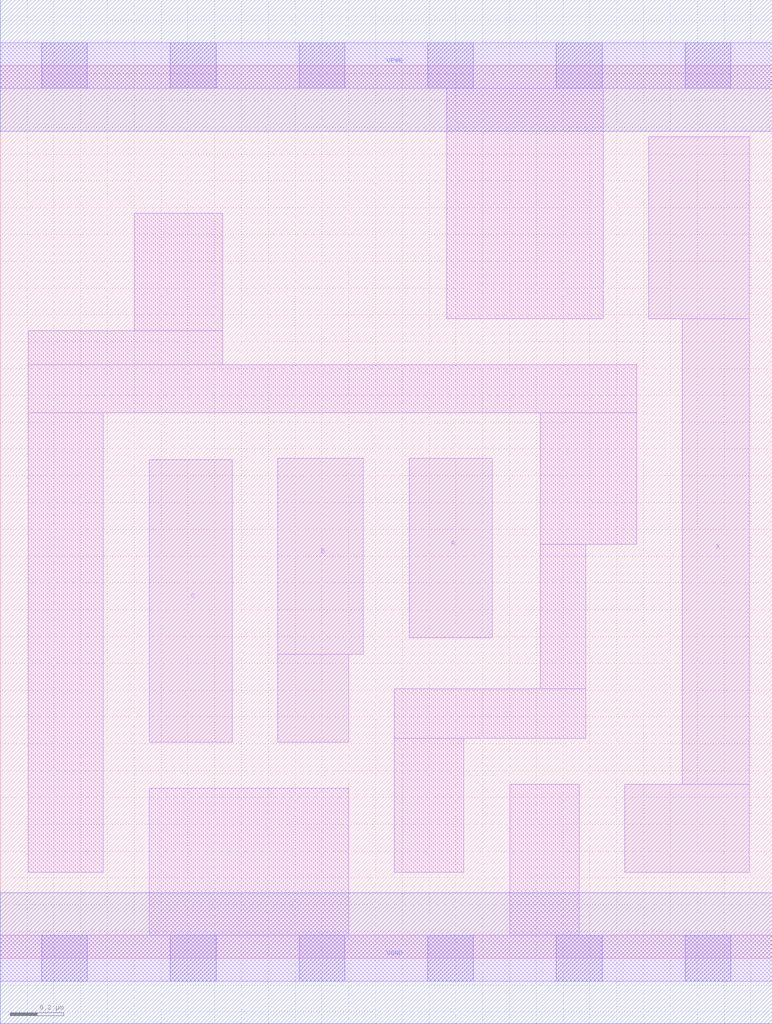
<source format=lef>
# Copyright 2020 The SkyWater PDK Authors
#
# Licensed under the Apache License, Version 2.0 (the "License");
# you may not use this file except in compliance with the License.
# You may obtain a copy of the License at
#
#     https://www.apache.org/licenses/LICENSE-2.0
#
# Unless required by applicable law or agreed to in writing, software
# distributed under the License is distributed on an "AS IS" BASIS,
# WITHOUT WARRANTIES OR CONDITIONS OF ANY KIND, either express or implied.
# See the License for the specific language governing permissions and
# limitations under the License.
#
# SPDX-License-Identifier: Apache-2.0

VERSION 5.7 ;
  NAMESCASESENSITIVE ON ;
  NOWIREEXTENSIONATPIN ON ;
  DIVIDERCHAR "/" ;
  BUSBITCHARS "[]" ;
UNITS
  DATABASE MICRONS 200 ;
END UNITS
MACRO sky130_fd_sc_lp__or3_0
  CLASS CORE ;
  FOREIGN sky130_fd_sc_lp__or3_0 ;
  ORIGIN  0.000000  0.000000 ;
  SIZE  2.880000 BY  3.330000 ;
  SYMMETRY X Y R90 ;
  SITE unit ;
  PIN A
    ANTENNAGATEAREA  0.126000 ;
    DIRECTION INPUT ;
    USE SIGNAL ;
    PORT
      LAYER li1 ;
        RECT 1.525000 1.195000 1.835000 1.865000 ;
    END
  END A
  PIN B
    ANTENNAGATEAREA  0.126000 ;
    DIRECTION INPUT ;
    USE SIGNAL ;
    PORT
      LAYER li1 ;
        RECT 1.035000 0.805000 1.300000 1.135000 ;
        RECT 1.035000 1.135000 1.355000 1.865000 ;
    END
  END B
  PIN C
    ANTENNAGATEAREA  0.126000 ;
    DIRECTION INPUT ;
    USE SIGNAL ;
    PORT
      LAYER li1 ;
        RECT 0.555000 0.805000 0.865000 1.860000 ;
    END
  END C
  PIN X
    ANTENNADIFFAREA  0.297700 ;
    DIRECTION OUTPUT ;
    USE SIGNAL ;
    PORT
      LAYER li1 ;
        RECT 2.330000 0.320000 2.795000 0.650000 ;
        RECT 2.420000 2.385000 2.795000 3.065000 ;
        RECT 2.545000 0.650000 2.795000 2.385000 ;
    END
  END X
  PIN VGND
    DIRECTION INOUT ;
    USE GROUND ;
    PORT
      LAYER met1 ;
        RECT 0.000000 -0.245000 2.880000 0.245000 ;
    END
  END VGND
  PIN VPWR
    DIRECTION INOUT ;
    USE POWER ;
    PORT
      LAYER met1 ;
        RECT 0.000000 3.085000 2.880000 3.575000 ;
    END
  END VPWR
  OBS
    LAYER li1 ;
      RECT 0.000000 -0.085000 2.880000 0.085000 ;
      RECT 0.000000  3.245000 2.880000 3.415000 ;
      RECT 0.105000  0.320000 0.385000 2.035000 ;
      RECT 0.105000  2.035000 2.375000 2.215000 ;
      RECT 0.105000  2.215000 0.830000 2.340000 ;
      RECT 0.500000  2.340000 0.830000 2.780000 ;
      RECT 0.555000  0.085000 1.300000 0.635000 ;
      RECT 1.470000  0.320000 1.730000 0.820000 ;
      RECT 1.470000  0.820000 2.185000 1.005000 ;
      RECT 1.665000  2.385000 2.250000 3.245000 ;
      RECT 1.900000  0.085000 2.160000 0.650000 ;
      RECT 2.015000  1.005000 2.185000 1.545000 ;
      RECT 2.015000  1.545000 2.375000 2.035000 ;
    LAYER mcon ;
      RECT 0.155000 -0.085000 0.325000 0.085000 ;
      RECT 0.155000  3.245000 0.325000 3.415000 ;
      RECT 0.635000 -0.085000 0.805000 0.085000 ;
      RECT 0.635000  3.245000 0.805000 3.415000 ;
      RECT 1.115000 -0.085000 1.285000 0.085000 ;
      RECT 1.115000  3.245000 1.285000 3.415000 ;
      RECT 1.595000 -0.085000 1.765000 0.085000 ;
      RECT 1.595000  3.245000 1.765000 3.415000 ;
      RECT 2.075000 -0.085000 2.245000 0.085000 ;
      RECT 2.075000  3.245000 2.245000 3.415000 ;
      RECT 2.555000 -0.085000 2.725000 0.085000 ;
      RECT 2.555000  3.245000 2.725000 3.415000 ;
  END
END sky130_fd_sc_lp__or3_0
END LIBRARY

</source>
